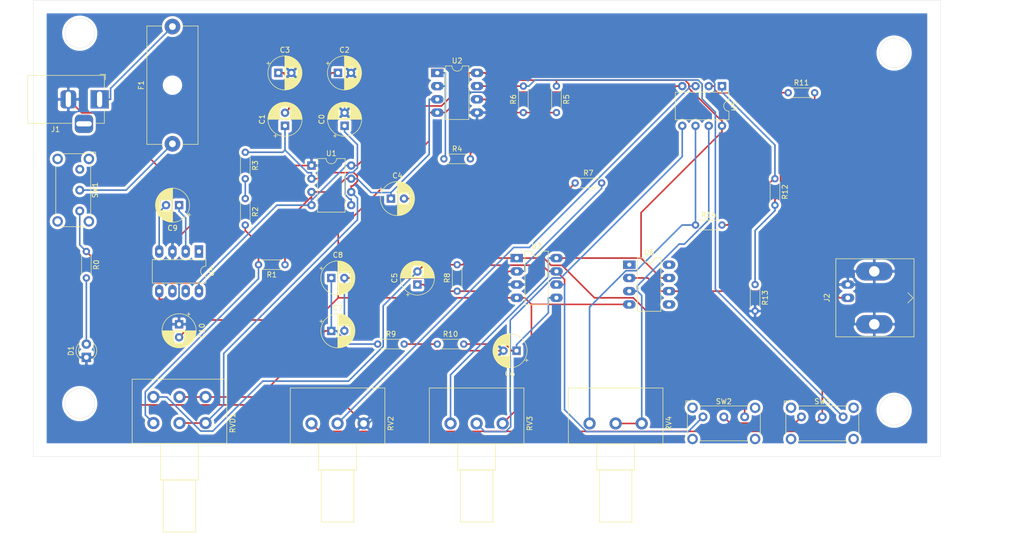
<source format=kicad_pcb>
(kicad_pcb (version 20171130) (host pcbnew "(5.1.5)-3")
  (layers (0 F.Cu signal) (31 B.Cu signal) (34 B.Paste user) (35 F.Paste user) (36 B.SilkS user) (37 F.SilkS user) (38 B.Mask user) (39 F.Mask user) (44 Edge.Cuts user))
  (net 0 "")
  (net 1 "Net-(C0-Pad1)")
  (net 2 GND)
  (net 3 "Net-(C1-Pad2)")
  (net 4 "Net-(C1-Pad1)")
  (net 5 "Net-(C4-Pad1)")
  (net 6 "Net-(C4-Pad2)")
  (net 7 /TriangleWave)
  (net 8 "Net-(C5-Pad1)")
  (net 9 "Net-(C6-Pad1)")
  (net 10 /SineWave)
  (net 11 "Net-(C7-Pad1)")
  (net 12 "Net-(C9-Pad2)")
  (net 13 "Net-(C9-Pad1)")
  (net 14 -9V)
  (net 15 "Net-(D1-Pad2)")
  (net 16 /Voltage)
  (net 17 "Net-(F1-Pad2)")
  (net 18 "Net-(J2-Pad1)")
  (net 19 +9V)
  (net 20 "Net-(R1-Pad2)")
  (net 21 "Net-(R2-Pad1)")
  (net 22 "Net-(R4-Pad1)")
  (net 23 "Net-(R4-Pad2)")
  (net 24 /SquareWave)
  (net 25 "Net-(R10-Pad1)")
  (net 26 "Net-(R11-Pad1)")
  (net 27 "Net-(R11-Pad2)")
  (net 28 /Gain1)
  (net 29 "Net-(R14-Pad1)")
  (net 30 "Net-(RV2-Pad2)")
  (net 31 "Net-(RV3-Pad2)")
  (net 32 /Offset_Gain2)
  (net 33 "Net-(SW1-Pad1)")
  (net 34 "Net-(SW2-Pad2)")
  (net 35 "Net-(U4-Pad1)")
  (net 36 "Net-(U4-Pad6)")
  (net 37 "Net-(U4-Pad7)")
  (net 38 "Net-(U6-Pad1)")
  (net 39 "Net-(U6-Pad5)")
  (net 40 "Net-(U6-Pad8)")
  (module Capacitor_THT:CP_Radial_D6.3mm_P2.50mm (layer F.Cu) (at 111.76 82.55 90)
    (fp_text reference C0 (at 1.25 -4.4 90) (layer F.SilkS))
    (fp_text value 10nF)
    (pad 1 thru_hole rect (at 0 0 90) (size 1.6 1.6) (drill 0.8) (layers *.Cu *.Mask) (net 1 "Net-(C0-Pad1)"))
    (pad 2 thru_hole circle (at 2.5 0 90) (size 1.6 1.6) (drill 0.8) (layers *.Cu *.Mask) (net 2 GND))
  )
  (module Capacitor_THT:CP_Radial_D6.3mm_P2.50mm (layer F.Cu) (at 100.33 82.55 90)
    (fp_text reference C1 (at 1.25 -4.4 90) (layer F.SilkS))
    (fp_text value 3,3uF)
    (pad 2 thru_hole circle (at 2.5 0 90) (size 1.6 1.6) (drill 0.8) (layers *.Cu *.Mask) (net 3 "Net-(C1-Pad2)"))
    (pad 1 thru_hole rect (at 0 0 90) (size 1.6 1.6) (drill 0.8) (layers *.Cu *.Mask) (net 4 "Net-(C1-Pad1)"))
  )
  (module Capacitor_THT:CP_Radial_D6.3mm_P2.50mm (layer F.Cu) (at 110.49 72.39)
    (fp_text reference C2 (at 1.25 -4.4) (layer F.SilkS))
    (fp_text value 0,47u)
    (pad 2 thru_hole circle (at 2.5 0) (size 1.6 1.6) (drill 0.8) (layers *.Cu *.Mask) (net 2 GND))
    (pad 1 thru_hole rect (at 0 0) (size 1.6 1.6) (drill 0.8) (layers *.Cu *.Mask) (net 3 "Net-(C1-Pad2)"))
  )
  (module Capacitor_THT:CP_Radial_D6.3mm_P2.50mm (layer F.Cu) (at 99.06 72.39)
    (fp_text reference C3 (at 1.25 -4.4) (layer F.SilkS))
    (fp_text value 0,47uF)
    (pad 1 thru_hole rect (at 0 0) (size 1.6 1.6) (drill 0.8) (layers *.Cu *.Mask) (net 3 "Net-(C1-Pad2)"))
    (pad 2 thru_hole circle (at 2.5 0) (size 1.6 1.6) (drill 0.8) (layers *.Cu *.Mask) (net 2 GND))
  )
  (module Capacitor_THT:CP_Radial_D6.3mm_P2.50mm (layer F.Cu) (at 120.65 96.52)
    (fp_text reference C4 (at 1.25 -4.4) (layer F.SilkS))
    (fp_text value 10uF)
    (pad 1 thru_hole rect (at 0 0) (size 1.6 1.6) (drill 0.8) (layers *.Cu *.Mask) (net 5 "Net-(C4-Pad1)"))
    (pad 2 thru_hole circle (at 2.5 0) (size 1.6 1.6) (drill 0.8) (layers *.Cu *.Mask) (net 6 "Net-(C4-Pad2)"))
  )
  (module Capacitor_THT:CP_Radial_D6.3mm_P2.50mm (layer F.Cu) (at 125.73 113.03 90)
    (fp_text reference C5 (at 1.25 -4.4 90) (layer F.SilkS))
    (fp_text value 4,7u)
    (pad 2 thru_hole circle (at 2.5 0 90) (size 1.6 1.6) (drill 0.8) (layers *.Cu *.Mask) (net 7 /TriangleWave))
    (pad 1 thru_hole rect (at 0 0 90) (size 1.6 1.6) (drill 0.8) (layers *.Cu *.Mask) (net 8 "Net-(C5-Pad1)"))
  )
  (module Capacitor_THT:CP_Radial_D6.3mm_P2.50mm (layer F.Cu) (at 144.74 125.73 180)
    (fp_text reference C6 (at 1.25 -4.4) (layer F.SilkS))
    (fp_text value 0,1uF)
    (pad 1 thru_hole rect (at 0 0 180) (size 1.6 1.6) (drill 0.8) (layers *.Cu *.Mask) (net 9 "Net-(C6-Pad1)"))
    (pad 2 thru_hole circle (at 2.5 0 180) (size 1.6 1.6) (drill 0.8) (layers *.Cu *.Mask) (net 2 GND))
  )
  (module Capacitor_THT:CP_Radial_D6.3mm_P2.50mm (layer F.Cu) (at 109.22 121.92)
    (fp_text reference C7 (at 1.25 -4.4) (layer F.SilkS))
    (fp_text value 0,1uF)
    (pad 2 thru_hole circle (at 2.5 0) (size 1.6 1.6) (drill 0.8) (layers *.Cu *.Mask) (net 10 /SineWave))
    (pad 1 thru_hole rect (at 0 0) (size 1.6 1.6) (drill 0.8) (layers *.Cu *.Mask) (net 11 "Net-(C7-Pad1)"))
  )
  (module Capacitor_THT:CP_Radial_D6.3mm_P2.50mm (layer F.Cu) (at 109.22 111.76)
    (fp_text reference C8 (at 1.25 -4.4) (layer F.SilkS))
    (fp_text value 0,1uF)
    (pad 1 thru_hole rect (at 0 0) (size 1.6 1.6) (drill 0.8) (layers *.Cu *.Mask) (net 11 "Net-(C7-Pad1)"))
    (pad 2 thru_hole circle (at 2.5 0) (size 1.6 1.6) (drill 0.8) (layers *.Cu *.Mask) (net 10 /SineWave))
  )
  (module Capacitor_THT:CP_Radial_D6.3mm_P2.50mm (layer F.Cu) (at 80.01 97.79 180)
    (fp_text reference C9 (at 1.25 -4.4) (layer F.SilkS))
    (fp_text value 10u)
    (pad 2 thru_hole circle (at 2.5 0 180) (size 1.6 1.6) (drill 0.8) (layers *.Cu *.Mask) (net 12 "Net-(C9-Pad2)"))
    (pad 1 thru_hole rect (at 0 0 180) (size 1.6 1.6) (drill 0.8) (layers *.Cu *.Mask) (net 13 "Net-(C9-Pad1)"))
  )
  (module Capacitor_THT:CP_Radial_D6.3mm_P2.50mm (layer F.Cu) (at 80.01 120.65 270)
    (fp_text reference C10 (at 1.25 -4.4 90) (layer F.SilkS))
    (fp_text value 10u)
    (pad 1 thru_hole rect (at 0 0 270) (size 1.6 1.6) (drill 0.8) (layers *.Cu *.Mask) (net 2 GND))
    (pad 2 thru_hole circle (at 2.5 0 270) (size 1.6 1.6) (drill 0.8) (layers *.Cu *.Mask) (net 14 -9V))
  )
  (module LED_THT:LED_D3.0mm (layer F.Cu) (at 62.23 127 90)
    (fp_text reference D1 (at 1.27 -2.96 90) (layer F.SilkS))
    (fp_text value LED)
    (pad 1 thru_hole rect (at 0 0 90) (size 1.8 1.8) (drill 0.9) (layers *.Cu *.Mask) (net 2 GND))
    (pad 2 thru_hole circle (at 2.54 0 90) (size 1.8 1.8) (drill 0.9) (layers *.Cu *.Mask) (net 15 "Net-(D1-Pad2)"))
  )
  (module Fuse:Fuseholder_Cylinder-5x20mm_Schurter_0031_8201_Horizontal_Open (layer F.Cu) (at 78.74 86 90)
    (fp_text reference F1 (at 11.25 -6 90) (layer F.SilkS))
    (fp_text value Fuse)
    (pad 1 thru_hole circle (at 0 0 90) (size 3 3) (drill 1.3) (layers *.Cu *.Mask) (net 16 /Voltage))
    (pad 2 thru_hole circle (at 22.5 0 90) (size 3 3) (drill 1.3) (layers *.Cu *.Mask) (net 17 "Net-(F1-Pad2)"))
    (pad "" np_thru_hole circle (at 11.25 0 90) (size 2.7 2.7) (drill 2.7) (layers *.Cu *.Mask))
  )
  (module Connector_BarrelJack:BarrelJack_Horizontal (layer F.Cu) (at 64.77 77.47)
    (fp_text reference J1 (at -8.45 5.75) (layer F.SilkS))
    (fp_text value Jack-DC)
    (pad 1 thru_hole rect (at 0 0) (size 3.5 3.5) (drill oval 1 3) (layers *.Cu *.Mask) (net 17 "Net-(F1-Pad2)"))
    (pad 2 thru_hole roundrect (at -6 0) (size 3 3.5) (drill oval 1 3) (layers *.Cu *.Mask) (net 2 GND))
    (pad 3 thru_hole roundrect (at -3 4.7) (size 3.5 3.5) (drill oval 3 1) (layers *.Cu *.Mask))
  )
  (module Connector_Coaxial:BNC_Amphenol_B6252HB-NPP3G-50_Horizontal (layer F.Cu) (at 208.28 115.57 270)
    (fp_text reference J2 (at 0 4 90) (layer F.SilkS))
    (fp_text value Conn_Coaxial_Power)
    (pad 2 thru_hole oval (at -5.08 -5.08 270) (size 3.5 7) (drill 2.01) (layers *.Cu *.Mask) (net 2 GND))
    (pad 2 thru_hole oval (at 5.08 -5.08 270) (size 3.5 7) (drill 2.01) (layers *.Cu *.Mask) (net 2 GND))
    (pad 1 thru_hole oval (at 0 0 270) (size 1.6 2.5) (drill 0.89) (layers *.Cu *.Mask) (net 18 "Net-(J2-Pad1)"))
    (pad 2 thru_hole oval (at -2.54 0 270) (size 1.6 2.5) (drill 0.89) (layers *.Cu *.Mask) (net 2 GND))
  )
  (module Resistor_THT:R_Axial_DIN0204_L3.6mm_D1.6mm_P5.08mm_Horizontal (layer F.Cu) (at 62.23 106.68 270)
    (fp_text reference R0 (at 2.54 -1.92 90) (layer F.SilkS))
    (fp_text value 360)
    (pad 2 thru_hole oval (at 5.08 0 270) (size 1.4 1.4) (drill 0.7) (layers *.Cu *.Mask) (net 15 "Net-(D1-Pad2)"))
    (pad 1 thru_hole circle (at 0 0 270) (size 1.4 1.4) (drill 0.7) (layers *.Cu *.Mask) (net 19 +9V))
  )
  (module Resistor_THT:R_Axial_DIN0204_L3.6mm_D1.6mm_P5.08mm_Horizontal (layer F.Cu) (at 100.33 109.22 180)
    (fp_text reference R1 (at 2.54 -1.92) (layer F.SilkS))
    (fp_text value 1k)
    (pad 1 thru_hole circle (at 0 0 180) (size 1.4 1.4) (drill 0.7) (layers *.Cu *.Mask) (net 5 "Net-(C4-Pad1)"))
    (pad 2 thru_hole oval (at 5.08 0 180) (size 1.4 1.4) (drill 0.7) (layers *.Cu *.Mask) (net 20 "Net-(R1-Pad2)"))
  )
  (module Resistor_THT:R_Axial_DIN0204_L3.6mm_D1.6mm_P5.08mm_Horizontal (layer F.Cu) (at 92.71 96.52 270)
    (fp_text reference R2 (at 2.54 -1.92 90) (layer F.SilkS))
    (fp_text value 15k)
    (pad 1 thru_hole circle (at 0 0 270) (size 1.4 1.4) (drill 0.7) (layers *.Cu *.Mask) (net 21 "Net-(R2-Pad1)"))
    (pad 2 thru_hole oval (at 5.08 0 270) (size 1.4 1.4) (drill 0.7) (layers *.Cu *.Mask) (net 20 "Net-(R1-Pad2)"))
  )
  (module Resistor_THT:R_Axial_DIN0204_L3.6mm_D1.6mm_P5.08mm_Horizontal (layer F.Cu) (at 92.71 87.63 270)
    (fp_text reference R3 (at 2.54 -1.92 90) (layer F.SilkS))
    (fp_text value 75k)
    (pad 2 thru_hole oval (at 5.08 0 270) (size 1.4 1.4) (drill 0.7) (layers *.Cu *.Mask) (net 21 "Net-(R2-Pad1)"))
    (pad 1 thru_hole circle (at 0 0 270) (size 1.4 1.4) (drill 0.7) (layers *.Cu *.Mask) (net 4 "Net-(C1-Pad1)"))
  )
  (module Resistor_THT:R_Axial_DIN0204_L3.6mm_D1.6mm_P5.08mm_Horizontal (layer F.Cu) (at 130.81 88.9)
    (fp_text reference R4 (at 2.54 -1.92) (layer F.SilkS))
    (fp_text value 14k)
    (pad 1 thru_hole circle (at 0 0) (size 1.4 1.4) (drill 0.7) (layers *.Cu *.Mask) (net 22 "Net-(R4-Pad1)"))
    (pad 2 thru_hole oval (at 5.08 0) (size 1.4 1.4) (drill 0.7) (layers *.Cu *.Mask) (net 23 "Net-(R4-Pad2)"))
  )
  (module Resistor_THT:R_Axial_DIN0204_L3.6mm_D1.6mm_P5.08mm_Horizontal (layer F.Cu) (at 152.4 74.93 270)
    (fp_text reference R5 (at 2.54 -1.92 90) (layer F.SilkS))
    (fp_text value 36k)
    (pad 1 thru_hole circle (at 0 0 270) (size 1.4 1.4) (drill 0.7) (layers *.Cu *.Mask) (net 19 +9V))
    (pad 2 thru_hole oval (at 5.08 0 270) (size 1.4 1.4) (drill 0.7) (layers *.Cu *.Mask) (net 23 "Net-(R4-Pad2)"))
  )
  (module Resistor_THT:R_Axial_DIN0204_L3.6mm_D1.6mm_P5.08mm_Horizontal (layer F.Cu) (at 146.05 80.01 90)
    (fp_text reference R6 (at 2.54 -1.92 90) (layer F.SilkS))
    (fp_text value 14k)
    (pad 2 thru_hole oval (at 5.08 0 90) (size 1.4 1.4) (drill 0.7) (layers *.Cu *.Mask) (net 24 /SquareWave))
    (pad 1 thru_hole circle (at 0 0 90) (size 1.4 1.4) (drill 0.7) (layers *.Cu *.Mask) (net 23 "Net-(R4-Pad2)"))
  )
  (module Resistor_THT:R_Axial_DIN0204_L3.6mm_D1.6mm_P5.08mm_Horizontal (layer F.Cu) (at 155.985 93.525)
    (fp_text reference R7 (at 2.54 -1.92) (layer F.SilkS))
    (fp_text value 1k)
    (pad 1 thru_hole circle (at 0 0) (size 1.4 1.4) (drill 0.7) (layers *.Cu *.Mask) (net 6 "Net-(C4-Pad2)"))
    (pad 2 thru_hole oval (at 5.08 0) (size 1.4 1.4) (drill 0.7) (layers *.Cu *.Mask) (net 8 "Net-(C5-Pad1)"))
  )
  (module Resistor_THT:R_Axial_DIN0204_L3.6mm_D1.6mm_P5.08mm_Horizontal (layer F.Cu) (at 133.35 114.3 90)
    (fp_text reference R8 (at 2.54 -1.92 90) (layer F.SilkS))
    (fp_text value 10k)
    (pad 2 thru_hole oval (at 5.08 0 90) (size 1.4 1.4) (drill 0.7) (layers *.Cu *.Mask) (net 7 /TriangleWave))
    (pad 1 thru_hole circle (at 0 0 90) (size 1.4 1.4) (drill 0.7) (layers *.Cu *.Mask) (net 8 "Net-(C5-Pad1)"))
  )
  (module Resistor_THT:R_Axial_DIN0204_L3.6mm_D1.6mm_P5.08mm_Horizontal (layer F.Cu) (at 118.11 124.46)
    (fp_text reference R9 (at 2.54 -1.92) (layer F.SilkS))
    (fp_text value 2k)
    (pad 2 thru_hole oval (at 5.08 0) (size 1.4 1.4) (drill 0.7) (layers *.Cu *.Mask) (net 25 "Net-(R10-Pad1)"))
    (pad 1 thru_hole circle (at 0 0) (size 1.4 1.4) (drill 0.7) (layers *.Cu *.Mask) (net 11 "Net-(C7-Pad1)"))
  )
  (module Resistor_THT:R_Axial_DIN0204_L3.6mm_D1.6mm_P5.08mm_Horizontal (layer F.Cu) (at 129.54 124.46)
    (fp_text reference R10 (at 2.54 -1.92) (layer F.SilkS))
    (fp_text value 2k)
    (pad 2 thru_hole oval (at 5.08 0) (size 1.4 1.4) (drill 0.7) (layers *.Cu *.Mask) (net 9 "Net-(C6-Pad1)"))
    (pad 1 thru_hole circle (at 0 0) (size 1.4 1.4) (drill 0.7) (layers *.Cu *.Mask) (net 25 "Net-(R10-Pad1)"))
  )
  (module Resistor_THT:R_Axial_DIN0204_L3.6mm_D1.6mm_P5.08mm_Horizontal (layer F.Cu) (at 196.85 76.2)
    (fp_text reference R11 (at 2.54 -1.92) (layer F.SilkS))
    (fp_text value 9k)
    (pad 1 thru_hole circle (at 0 0) (size 1.4 1.4) (drill 0.7) (layers *.Cu *.Mask) (net 26 "Net-(R11-Pad1)"))
    (pad 2 thru_hole oval (at 5.08 0) (size 1.4 1.4) (drill 0.7) (layers *.Cu *.Mask) (net 27 "Net-(R11-Pad2)"))
  )
  (module Resistor_THT:R_Axial_DIN0204_L3.6mm_D1.6mm_P5.08mm_Horizontal (layer F.Cu) (at 194.31 92.71 270)
    (fp_text reference R12 (at 2.54 -1.92 90) (layer F.SilkS))
    (fp_text value 90k)
    (pad 1 thru_hole circle (at 0 0 270) (size 1.4 1.4) (drill 0.7) (layers *.Cu *.Mask) (net 28 /Gain1))
    (pad 2 thru_hole oval (at 5.08 0 270) (size 1.4 1.4) (drill 0.7) (layers *.Cu *.Mask) (net 26 "Net-(R11-Pad1)"))
  )
  (module Resistor_THT:R_Axial_DIN0204_L3.6mm_D1.6mm_P5.08mm_Horizontal (layer F.Cu) (at 190.5 113.03 270)
    (fp_text reference R13 (at 2.54 -1.92 90) (layer F.SilkS))
    (fp_text value 10k)
    (pad 2 thru_hole oval (at 5.08 0 270) (size 1.4 1.4) (drill 0.7) (layers *.Cu *.Mask) (net 2 GND))
    (pad 1 thru_hole circle (at 0 0 270) (size 1.4 1.4) (drill 0.7) (layers *.Cu *.Mask) (net 26 "Net-(R11-Pad1)"))
  )
  (module Resistor_THT:R_Axial_DIN0204_L3.6mm_D1.6mm_P5.08mm_Horizontal (layer F.Cu) (at 179.07 101.6)
    (fp_text reference R14 (at 2.54 -1.92) (layer F.SilkS))
    (fp_text value 5k)
    (pad 1 thru_hole circle (at 0 0) (size 1.4 1.4) (drill 0.7) (layers *.Cu *.Mask) (net 29 "Net-(R14-Pad1)"))
    (pad 2 thru_hole oval (at 5.08 0) (size 1.4 1.4) (drill 0.7) (layers *.Cu *.Mask) (net 28 /Gain1))
  )
  (module Potentiometer_THT:Potentiometer_Alps_RK163_Single_Horizontal (layer F.Cu) (at 105.41 139.7 270)
    (fp_text reference RV2 (at 0 -15.2 90) (layer F.SilkS))
    (fp_text value 10k)
    (pad 3 thru_hole circle (at 0 -10 270) (size 2.34 2.34) (drill 1.3) (layers *.Cu *.Mask) (net 2 GND))
    (pad 2 thru_hole circle (at 0 -5 270) (size 2.34 2.34) (drill 1.3) (layers *.Cu *.Mask) (net 30 "Net-(RV2-Pad2)"))
    (pad 1 thru_hole circle (at 0 0 270) (size 2.34 2.34) (drill 1.3) (layers *.Cu *.Mask) (net 27 "Net-(R11-Pad2)"))
  )
  (module Potentiometer_THT:Potentiometer_Alps_RK163_Single_Horizontal (layer F.Cu) (at 132.08 139.7 270)
    (fp_text reference RV3 (at 0 -15.2 90) (layer F.SilkS))
    (fp_text value 10k)
    (pad 1 thru_hole circle (at 0 0 270) (size 2.34 2.34) (drill 1.3) (layers *.Cu *.Mask) (net 19 +9V))
    (pad 2 thru_hole circle (at 0 -5 270) (size 2.34 2.34) (drill 1.3) (layers *.Cu *.Mask) (net 31 "Net-(RV3-Pad2)"))
    (pad 3 thru_hole circle (at 0 -10 270) (size 2.34 2.34) (drill 1.3) (layers *.Cu *.Mask) (net 14 -9V))
  )
  (module Potentiometer_THT:Potentiometer_Alps_RK163_Single_Horizontal (layer F.Cu) (at 158.75 139.7 270)
    (fp_text reference RV4 (at 0 -15.2 90) (layer F.SilkS))
    (fp_text value 10k)
    (pad 3 thru_hole circle (at 0 -10 270) (size 2.34 2.34) (drill 1.3) (layers *.Cu *.Mask) (net 32 /Offset_Gain2))
    (pad 2 thru_hole circle (at 0 -5 270) (size 2.34 2.34) (drill 1.3) (layers *.Cu *.Mask) (net 32 /Offset_Gain2))
    (pad 1 thru_hole circle (at 0 0 270) (size 2.34 2.34) (drill 1.3) (layers *.Cu *.Mask) (net 29 "Net-(R14-Pad1)"))
  )
  (module Potentiometer_THT:Potentiometer_Alps_RK163_Dual_Horizontal (layer F.Cu) (at 75.09 139.62 270)
    (fp_text reference RVD1 (at 0 -15.2 90) (layer F.SilkS))
    (fp_text value 10k)
    (pad 3 thru_hole circle (at 0 -10 270) (size 2.34 2.34) (drill 1.3) (layers *.Cu *.Mask) (net 4 "Net-(C1-Pad1)"))
    (pad 2 thru_hole circle (at 0 -5 270) (size 2.34 2.34) (drill 1.3) (layers *.Cu *.Mask) (net 4 "Net-(C1-Pad1)"))
    (pad 1 thru_hole circle (at 0 0 270) (size 2.34 2.34) (drill 1.3) (layers *.Cu *.Mask) (net 20 "Net-(R1-Pad2)"))
    (pad 6 thru_hole circle (at -5 -10 270) (size 2.34 2.34) (drill 1.3) (layers *.Cu *.Mask) (net 11 "Net-(C7-Pad1)"))
    (pad 5 thru_hole circle (at -5 -5 270) (size 2.34 2.34) (drill 1.3) (layers *.Cu *.Mask) (net 11 "Net-(C7-Pad1)"))
    (pad 4 thru_hole circle (at -5 0 270) (size 2.34 2.34) (drill 1.3) (layers *.Cu *.Mask) (net 7 /TriangleWave))
  )
  (module Button_Switch_THT:SW_E-Switch_EG1224_SPDT_Angled (layer F.Cu) (at 60.96 90.9 270)
    (fp_text reference SW1 (at 4 -2.95 90) (layer F.SilkS))
    (fp_text value SW_Push_SPDT)
    (pad 3 thru_hole circle (at 8 0 270) (size 1.7 1.7) (drill 0.9) (layers *.Cu *.Mask) (net 19 +9V))
    (pad 2 thru_hole circle (at 4 0 270) (size 1.7 1.7) (drill 0.9) (layers *.Cu *.Mask) (net 16 /Voltage))
    (pad 1 thru_hole circle (at 0 0 270) (size 1.7 1.7) (drill 0.9) (layers *.Cu *.Mask) (net 33 "Net-(SW1-Pad1)"))
    (pad "" thru_hole circle (at -2 4.25 270) (size 2 2) (drill 1.2) (layers *.Cu *.Mask))
    (pad "" thru_hole circle (at 10 4.25 270) (size 2 2) (drill 1.2) (layers *.Cu *.Mask))
    (pad "" thru_hole circle (at 10 -1.75 270) (size 2 2) (drill 1.2) (layers *.Cu *.Mask))
    (pad "" thru_hole circle (at -2 -1.75 270) (size 2 2) (drill 1.2) (layers *.Cu *.Mask))
  )
  (module Button_Switch_THT:SW_E-Switch_EG1224_SPDT_Angled (layer F.Cu) (at 180.5 138.43)
    (fp_text reference SW2 (at 4 -2.95) (layer F.SilkS))
    (fp_text value SW_Push_SPDT)
    (pad "" thru_hole circle (at -2 -1.75) (size 2 2) (drill 1.2) (layers *.Cu *.Mask))
    (pad "" thru_hole circle (at 10 -1.75) (size 2 2) (drill 1.2) (layers *.Cu *.Mask))
    (pad "" thru_hole circle (at 10 4.25) (size 2 2) (drill 1.2) (layers *.Cu *.Mask))
    (pad "" thru_hole circle (at -2 4.25) (size 2 2) (drill 1.2) (layers *.Cu *.Mask))
    (pad 1 thru_hole circle (at 0 0) (size 1.7 1.7) (drill 0.9) (layers *.Cu *.Mask) (net 10 /SineWave))
    (pad 2 thru_hole circle (at 4 0) (size 1.7 1.7) (drill 0.9) (layers *.Cu *.Mask) (net 34 "Net-(SW2-Pad2)"))
    (pad 3 thru_hole circle (at 8 0) (size 1.7 1.7) (drill 0.9) (layers *.Cu *.Mask) (net 7 /TriangleWave))
  )
  (module Button_Switch_THT:SW_E-Switch_EG1224_SPDT_Angled (layer F.Cu) (at 199.39 138.43)
    (fp_text reference SW3 (at 4 -2.95) (layer F.SilkS))
    (fp_text value SW_Push_SPDT)
    (pad "" thru_hole circle (at -2 -1.75) (size 2 2) (drill 1.2) (layers *.Cu *.Mask))
    (pad "" thru_hole circle (at 10 -1.75) (size 2 2) (drill 1.2) (layers *.Cu *.Mask))
    (pad "" thru_hole circle (at 10 4.25) (size 2 2) (drill 1.2) (layers *.Cu *.Mask))
    (pad "" thru_hole circle (at -2 4.25) (size 2 2) (drill 1.2) (layers *.Cu *.Mask))
    (pad 1 thru_hole circle (at 0 0) (size 1.7 1.7) (drill 0.9) (layers *.Cu *.Mask) (net 34 "Net-(SW2-Pad2)"))
    (pad 2 thru_hole circle (at 4 0) (size 1.7 1.7) (drill 0.9) (layers *.Cu *.Mask) (net 27 "Net-(R11-Pad2)"))
    (pad 3 thru_hole circle (at 8 0) (size 1.7 1.7) (drill 0.9) (layers *.Cu *.Mask) (net 24 /SquareWave))
  )
  (module Package_DIP:DIP-8_W7.62mm (layer F.Cu) (at 105.41 90.17)
    (fp_text reference U1 (at 3.81 -2.33) (layer F.SilkS))
    (fp_text value NE555)
    (pad 1 thru_hole rect (at 0 0) (size 1.6 1.6) (drill 0.8) (layers *.Cu *.Mask) (net 2 GND))
    (pad 5 thru_hole oval (at 7.62 7.62) (size 1.6 1.6) (drill 0.8) (layers *.Cu *.Mask) (net 1 "Net-(C0-Pad1)"))
    (pad 2 thru_hole oval (at 0 2.54) (size 1.6 1.6) (drill 0.8) (layers *.Cu *.Mask) (net 4 "Net-(C1-Pad1)"))
    (pad 6 thru_hole oval (at 7.62 5.08) (size 1.6 1.6) (drill 0.8) (layers *.Cu *.Mask) (net 4 "Net-(C1-Pad1)"))
    (pad 3 thru_hole oval (at 0 5.08) (size 1.6 1.6) (drill 0.8) (layers *.Cu *.Mask) (net 5 "Net-(C4-Pad1)"))
    (pad 7 thru_hole oval (at 7.62 2.54) (size 1.6 1.6) (drill 0.8) (layers *.Cu *.Mask) (net 5 "Net-(C4-Pad1)"))
    (pad 4 thru_hole oval (at 0 7.62) (size 1.6 1.6) (drill 0.8) (layers *.Cu *.Mask) (net 19 +9V))
    (pad 8 thru_hole oval (at 7.62 0) (size 1.6 1.6) (drill 0.8) (layers *.Cu *.Mask) (net 19 +9V))
  )
  (module Package_DIP:DIP-8_W7.62mm_LongPads (layer F.Cu) (at 129.54 72.39)
    (fp_text reference U2 (at 3.81 -2.33) (layer F.SilkS))
    (fp_text value LM358)
    (pad 8 thru_hole oval (at 7.62 0) (size 2.4 1.6) (drill 0.8) (layers *.Cu *.Mask) (net 19 +9V))
    (pad 4 thru_hole oval (at 0 7.62) (size 2.4 1.6) (drill 0.8) (layers *.Cu *.Mask) (net 14 -9V))
    (pad 7 thru_hole oval (at 7.62 2.54) (size 2.4 1.6) (drill 0.8) (layers *.Cu *.Mask) (net 24 /SquareWave))
    (pad 3 thru_hole oval (at 0 5.08) (size 2.4 1.6) (drill 0.8) (layers *.Cu *.Mask) (net 5 "Net-(C4-Pad1)"))
    (pad 6 thru_hole oval (at 7.62 5.08) (size 2.4 1.6) (drill 0.8) (layers *.Cu *.Mask) (net 23 "Net-(R4-Pad2)"))
    (pad 2 thru_hole oval (at 0 2.54) (size 2.4 1.6) (drill 0.8) (layers *.Cu *.Mask) (net 22 "Net-(R4-Pad1)"))
    (pad 5 thru_hole oval (at 7.62 7.62) (size 2.4 1.6) (drill 0.8) (layers *.Cu *.Mask) (net 2 GND))
    (pad 1 thru_hole rect (at 0 0) (size 2.4 1.6) (drill 0.8) (layers *.Cu *.Mask) (net 22 "Net-(R4-Pad1)"))
  )
  (module Package_DIP:DIP-8_W7.62mm_LongPads (layer F.Cu) (at 144.78 107.95)
    (fp_text reference U3 (at 3.81 -2.33) (layer F.SilkS))
    (fp_text value LM358)
    (pad 8 thru_hole oval (at 7.62 0) (size 2.4 1.6) (drill 0.8) (layers *.Cu *.Mask) (net 19 +9V))
    (pad 4 thru_hole oval (at 0 7.62) (size 2.4 1.6) (drill 0.8) (layers *.Cu *.Mask) (net 14 -9V))
    (pad 7 thru_hole oval (at 7.62 2.54) (size 2.4 1.6) (drill 0.8) (layers *.Cu *.Mask) (net 10 /SineWave))
    (pad 3 thru_hole oval (at 0 5.08) (size 2.4 1.6) (drill 0.8) (layers *.Cu *.Mask) (net 2 GND))
    (pad 6 thru_hole oval (at 7.62 5.08) (size 2.4 1.6) (drill 0.8) (layers *.Cu *.Mask) (net 10 /SineWave))
    (pad 2 thru_hole oval (at 0 2.54) (size 2.4 1.6) (drill 0.8) (layers *.Cu *.Mask) (net 8 "Net-(C5-Pad1)"))
    (pad 5 thru_hole oval (at 7.62 7.62) (size 2.4 1.6) (drill 0.8) (layers *.Cu *.Mask) (net 9 "Net-(C6-Pad1)"))
    (pad 1 thru_hole rect (at 0 0) (size 2.4 1.6) (drill 0.8) (layers *.Cu *.Mask) (net 7 /TriangleWave))
  )
  (module Package_DIP:DIP-8_W7.62mm_LongPads (layer F.Cu) (at 83.82 106.68 270)
    (fp_text reference U4 (at 3.81 -2.33 90) (layer F.SilkS))
    (fp_text value ICL7660)
    (pad 1 thru_hole rect (at 0 0 270) (size 2.4 1.6) (drill 0.8) (layers *.Cu *.Mask) (net 35 "Net-(U4-Pad1)"))
    (pad 5 thru_hole oval (at 7.62 7.62 270) (size 2.4 1.6) (drill 0.8) (layers *.Cu *.Mask) (net 14 -9V))
    (pad 2 thru_hole oval (at 0 2.54 270) (size 2.4 1.6) (drill 0.8) (layers *.Cu *.Mask) (net 13 "Net-(C9-Pad1)"))
    (pad 6 thru_hole oval (at 7.62 5.08 270) (size 2.4 1.6) (drill 0.8) (layers *.Cu *.Mask) (net 36 "Net-(U4-Pad6)"))
    (pad 3 thru_hole oval (at 0 5.08 270) (size 2.4 1.6) (drill 0.8) (layers *.Cu *.Mask) (net 2 GND))
    (pad 7 thru_hole oval (at 7.62 2.54 270) (size 2.4 1.6) (drill 0.8) (layers *.Cu *.Mask) (net 37 "Net-(U4-Pad7)"))
    (pad 4 thru_hole oval (at 0 7.62 270) (size 2.4 1.6) (drill 0.8) (layers *.Cu *.Mask) (net 12 "Net-(C9-Pad2)"))
    (pad 8 thru_hole oval (at 7.62 0 270) (size 2.4 1.6) (drill 0.8) (layers *.Cu *.Mask) (net 19 +9V))
  )
  (module Package_DIP:DIP-8_W7.62mm (layer F.Cu) (at 184.15 74.93 270)
    (fp_text reference U5 (at 3.81 -2.33 90) (layer F.SilkS))
    (fp_text value LM358)
    (pad 8 thru_hole oval (at 7.62 0 270) (size 1.6 1.6) (drill 0.8) (layers *.Cu *.Mask) (net 19 +9V))
    (pad 4 thru_hole oval (at 0 7.62 270) (size 1.6 1.6) (drill 0.8) (layers *.Cu *.Mask) (net 14 -9V))
    (pad 7 thru_hole oval (at 7.62 2.54 270) (size 1.6 1.6) (drill 0.8) (layers *.Cu *.Mask) (net 32 /Offset_Gain2))
    (pad 3 thru_hole oval (at 0 5.08 270) (size 1.6 1.6) (drill 0.8) (layers *.Cu *.Mask) (net 30 "Net-(RV2-Pad2)"))
    (pad 6 thru_hole oval (at 7.62 5.08 270) (size 1.6 1.6) (drill 0.8) (layers *.Cu *.Mask) (net 29 "Net-(R14-Pad1)"))
    (pad 2 thru_hole oval (at 0 2.54 270) (size 1.6 1.6) (drill 0.8) (layers *.Cu *.Mask) (net 26 "Net-(R11-Pad1)"))
    (pad 5 thru_hole oval (at 7.62 7.62 270) (size 1.6 1.6) (drill 0.8) (layers *.Cu *.Mask) (net 31 "Net-(RV3-Pad2)"))
    (pad 1 thru_hole rect (at 0 0 270) (size 1.6 1.6) (drill 0.8) (layers *.Cu *.Mask) (net 28 /Gain1))
  )
  (module Package_DIP:DIP-8_W7.62mm_LongPads (layer F.Cu) (at 166.37 109.22)
    (fp_text reference U6 (at 3.81 -2.33) (layer F.SilkS))
    (fp_text value LM741)
    (pad 1 thru_hole rect (at 0 0) (size 2.4 1.6) (drill 0.8) (layers *.Cu *.Mask) (net 38 "Net-(U6-Pad1)"))
    (pad 5 thru_hole oval (at 7.62 7.62) (size 2.4 1.6) (drill 0.8) (layers *.Cu *.Mask) (net 39 "Net-(U6-Pad5)"))
    (pad 2 thru_hole oval (at 0 2.54) (size 2.4 1.6) (drill 0.8) (layers *.Cu *.Mask) (net 18 "Net-(J2-Pad1)"))
    (pad 6 thru_hole oval (at 7.62 5.08) (size 2.4 1.6) (drill 0.8) (layers *.Cu *.Mask) (net 18 "Net-(J2-Pad1)"))
    (pad 3 thru_hole oval (at 0 5.08) (size 2.4 1.6) (drill 0.8) (layers *.Cu *.Mask) (net 32 /Offset_Gain2))
    (pad 7 thru_hole oval (at 7.62 2.54) (size 2.4 1.6) (drill 0.8) (layers *.Cu *.Mask) (net 19 +9V))
    (pad 4 thru_hole oval (at 0 7.62) (size 2.4 1.6) (drill 0.8) (layers *.Cu *.Mask) (net 14 -9V))
    (pad 8 thru_hole oval (at 7.62 0) (size 2.4 1.6) (drill 0.8) (layers *.Cu *.Mask) (net 40 "Net-(U6-Pad8)"))
  )
  (gr_circle (center 60.96 64.77) (end 62.23 67.31) (layer Edge.Cuts) (width 0.05))
  (gr_circle (center 217.17 68.58) (end 219.71 69.85) (layer Edge.Cuts) (width 0.05))
  (gr_circle (center 60.96 135.89) (end 58.42 137.16) (layer Edge.Cuts) (width 0.05))
  (gr_circle (center 217.17 137.16) (end 219.71 138.43) (layer Edge.Cuts) (width 0.05))
  (gr_line (start 226.06 58.42) (end 52.07 58.42) (layer Edge.Cuts) (width 0.05))
  (gr_line (start 226.06 146.05) (end 226.06 58.42) (layer Edge.Cuts) (width 0.05))
  (gr_line (start 52.07 146.05) (end 226.06 146.05) (layer Edge.Cuts) (width 0.05))
  (gr_line (start 52.07 58.42) (end 52.07 146.05) (layer Edge.Cuts) (width 0.05))
  (segment (start 113.03 97.79) (end 113.03 96.6397) (width 0.3) (layer B.Cu) (net 1))
  (segment (start 113.03 96.6397) (end 112.742 96.6397) (width 0.3) (layer B.Cu) (net 1))
  (segment (start 112.742 96.6397) (end 111.871 95.7684) (width 0.3) (layer B.Cu) (net 1))
  (segment (start 111.871 95.7684) (end 111.871 92.2419) (width 0.3) (layer B.Cu) (net 1))
  (segment (start 111.871 92.2419) (end 112.612 91.5014) (width 0.3) (layer B.Cu) (net 1))
  (segment (start 112.612 91.5014) (end 113.351 91.5014) (width 0.3) (layer B.Cu) (net 1))
  (segment (start 113.351 91.5014) (end 114.218 90.6346) (width 0.3) (layer B.Cu) (net 1))
  (segment (start 114.218 90.6346) (end 114.218 86.1578) (width 0.3) (layer B.Cu) (net 1))
  (segment (start 114.218 86.1578) (end 111.76 83.7003) (width 0.3) (layer B.Cu) (net 1))
  (segment (start 111.76 83.7003) (end 111.76 82.55) (width 0.3) (layer B.Cu) (net 1))
  (segment (start 78.74 106.68) (end 78.74 108.2303) (width 0.3) (layer B.Cu) (net 2))
  (segment (start 78.74 108.2303) (end 80.01 109.5003) (width 0.3) (layer B.Cu) (net 2))
  (segment (start 80.01 109.5003) (end 80.01 120.65) (width 0.3) (layer B.Cu) (net 2))
  (segment (start 190.5 116.0404) (end 203.6693 116.0404) (width 0.3) (layer B.Cu) (net 2))
  (segment (start 203.6693 116.0404) (end 206.6797 113.03) (width 0.3) (layer B.Cu) (net 2))
  (segment (start 135.6097 76.0964) (end 140.8341 76.0964) (width 0.3) (layer B.Cu) (net 2))
  (segment (start 140.8341 76.0964) (end 143.6955 73.235) (width 0.3) (layer B.Cu) (net 2))
  (segment (start 143.6955 73.235) (end 181.5944 73.235) (width 0.3) (layer B.Cu) (net 2))
  (segment (start 181.5944 73.235) (end 182.7604 74.401) (width 0.3) (layer B.Cu) (net 2))
  (segment (start 182.7604 74.401) (end 182.7604 77.8388) (width 0.3) (layer B.Cu) (net 2))
  (segment (start 182.7604 77.8388) (end 188.7778 83.8562) (width 0.3) (layer B.Cu) (net 2))
  (segment (start 188.7778 83.8562) (end 188.7778 114.3182) (width 0.3) (layer B.Cu) (net 2))
  (segment (start 188.7778 114.3182) (end 190.5 116.0404) (width 0.3) (layer B.Cu) (net 2))
  (segment (start 190.5 116.0404) (end 190.5 117.0597) (width 0.3) (layer B.Cu) (net 2))
  (segment (start 208.28 113.03) (end 206.6797 113.03) (width 0.3) (layer B.Cu) (net 2))
  (segment (start 135.6097 76.0964) (end 135.6097 75.9386) (width 0.3) (layer B.Cu) (net 2))
  (segment (start 135.6097 75.9386) (end 130.9107 71.2396) (width 0.3) (layer B.Cu) (net 2))
  (segment (start 130.9107 71.2396) (end 114.1404 71.2396) (width 0.3) (layer B.Cu) (net 2))
  (segment (start 114.1404 71.2396) (end 112.99 72.39) (width 0.3) (layer B.Cu) (net 2))
  (segment (start 135.6097 80.01) (end 135.6097 76.0964) (width 0.3) (layer B.Cu) (net 2))
  (segment (start 190.5 118.11) (end 190.5 117.0597) (width 0.3) (layer B.Cu) (net 2))
  (segment (start 142.24 125.73) (end 129.38 125.73) (width 0.3) (layer F.Cu) (net 2))
  (segment (start 129.38 125.73) (end 115.41 139.7) (width 0.3) (layer F.Cu) (net 2))
  (segment (start 144.78 113.03) (end 143.04 113.03) (width 0.3) (layer B.Cu) (net 2))
  (segment (start 143.04 113.03) (end 116.37 139.7) (width 0.3) (layer B.Cu) (net 2))
  (segment (start 116.37 139.7) (end 115.41 139.7) (width 0.3) (layer B.Cu) (net 2))
  (segment (start 115.41 139.7) (end 111.8505 136.1405) (width 0.3) (layer F.Cu) (net 2))
  (segment (start 111.8505 136.1405) (end 72.6208 136.1405) (width 0.3) (layer F.Cu) (net 2))
  (segment (start 72.6208 136.1405) (end 63.4803 127) (width 0.3) (layer F.Cu) (net 2))
  (segment (start 111.76 73.5926) (end 102.7626 73.5926) (width 0.3) (layer B.Cu) (net 2))
  (segment (start 102.7626 73.5926) (end 101.56 72.39) (width 0.3) (layer B.Cu) (net 2))
  (segment (start 112.99 72.39) (end 111.7874 73.5926) (width 0.3) (layer B.Cu) (net 2))
  (segment (start 111.7874 73.5926) (end 111.76 73.5926) (width 0.3) (layer B.Cu) (net 2))
  (segment (start 111.76 80.05) (end 111.76 73.5926) (width 0.3) (layer B.Cu) (net 2))
  (segment (start 105.41 90.17) (end 105.41 86.4) (width 0.3) (layer B.Cu) (net 2))
  (segment (start 105.41 86.4) (end 111.76 80.05) (width 0.3) (layer B.Cu) (net 2))
  (segment (start 82.4149 96.7931) (end 65.6881 80.0663) (width 0.3) (layer F.Cu) (net 2))
  (segment (start 65.6881 80.0663) (end 61.3663 80.0663) (width 0.3) (layer F.Cu) (net 2))
  (segment (start 61.3663 80.0663) (end 58.77 77.47) (width 0.3) (layer F.Cu) (net 2))
  (segment (start 105.41 90.17) (end 89.038 90.17) (width 0.3) (layer F.Cu) (net 2))
  (segment (start 89.038 90.17) (end 82.4149 96.7931) (width 0.3) (layer F.Cu) (net 2))
  (segment (start 78.74 105.1297) (end 82.4149 101.4548) (width 0.3) (layer F.Cu) (net 2))
  (segment (start 82.4149 101.4548) (end 82.4149 96.7931) (width 0.3) (layer F.Cu) (net 2))
  (segment (start 78.74 106.68) (end 78.74 105.1297) (width 0.3) (layer F.Cu) (net 2))
  (segment (start 62.23 127) (end 63.4803 127) (width 0.3) (layer F.Cu) (net 2))
  (segment (start 63.4803 127) (end 69.8303 120.65) (width 0.3) (layer F.Cu) (net 2))
  (segment (start 69.8303 120.65) (end 80.01 120.65) (width 0.3) (layer F.Cu) (net 2))
  (segment (start 213.36 120.65) (end 209.5097 120.65) (width 0.3) (layer B.Cu) (net 2))
  (segment (start 209.5097 120.65) (end 209.5097 119.2603) (width 0.3) (layer B.Cu) (net 2))
  (segment (start 209.5097 119.2603) (end 209.8803 118.8897) (width 0.3) (layer B.Cu) (net 2))
  (segment (start 209.8803 118.8897) (end 209.8803 113.03) (width 0.3) (layer B.Cu) (net 2))
  (segment (start 208.28 113.03) (end 209.8803 113.03) (width 0.3) (layer B.Cu) (net 2))
  (segment (start 213.36 110.49) (end 209.5097 110.49) (width 0.3) (layer B.Cu) (net 2))
  (segment (start 209.8803 113.03) (end 209.8803 112.5535) (width 0.3) (layer B.Cu) (net 2))
  (segment (start 209.8803 112.5535) (end 209.5097 112.1829) (width 0.3) (layer B.Cu) (net 2))
  (segment (start 209.5097 112.1829) (end 209.5097 110.49) (width 0.3) (layer B.Cu) (net 2))
  (segment (start 137.16 80.01) (end 135.6097 80.01) (width 0.3) (layer B.Cu) (net 2))
  (segment (start 101.073 73.5403) (end 101.073 79.3071) (width 0.3) (layer F.Cu) (net 3))
  (segment (start 101.073 79.3071) (end 100.33 80.05) (width 0.3) (layer F.Cu) (net 3))
  (segment (start 110.49 72.39) (end 109.34 72.39) (width 0.3) (layer F.Cu) (net 3))
  (segment (start 109.34 72.39) (end 108.189 73.5403) (width 0.3) (layer F.Cu) (net 3))
  (segment (start 108.189 73.5403) (end 101.073 73.5403) (width 0.3) (layer F.Cu) (net 3))
  (segment (start 99.06 72.39) (end 100.21 72.39) (width 0.3) (layer F.Cu) (net 3))
  (segment (start 100.21 72.39) (end 100.21 72.6777) (width 0.3) (layer F.Cu) (net 3))
  (segment (start 100.21 72.6777) (end 101.073 73.5403) (width 0.3) (layer F.Cu) (net 3))
  (segment (start 113.03 95.25) (end 113.03 94.0997) (width 0.3) (layer F.Cu) (net 4))
  (segment (start 113.03 94.0997) (end 113.318 94.0997) (width 0.3) (layer F.Cu) (net 4))
  (segment (start 113.318 94.0997) (end 114.2 93.2175) (width 0.3) (layer F.Cu) (net 4))
  (segment (start 114.2 93.2175) (end 114.2 92.2207) (width 0.3) (layer F.Cu) (net 4))
  (segment (start 114.2 92.2207) (end 113.525 91.5455) (width 0.3) (layer F.Cu) (net 4))
  (segment (start 113.525 91.5455) (end 107.725 91.5455) (width 0.3) (layer F.Cu) (net 4))
  (segment (start 107.725 91.5455) (end 106.56 92.71) (width 0.3) (layer F.Cu) (net 4))
  (segment (start 106.56 92.71) (end 105.41 92.71) (width 0.3) (layer F.Cu) (net 4))
  (segment (start 105.41 92.71) (end 105.41 91.5597) (width 0.3) (layer B.Cu) (net 4))
  (segment (start 105.41 91.5597) (end 104.691 91.5597) (width 0.3) (layer B.Cu) (net 4))
  (segment (start 104.691 91.5597) (end 100.33 87.1986) (width 0.3) (layer B.Cu) (net 4))
  (segment (start 80.09 139.62) (end 85.09 139.62) (width 0.3) (layer F.Cu) (net 4))
  (segment (start 100.33 87.1986) (end 100.33 82.55) (width 0.3) (layer B.Cu) (net 4))
  (segment (start 100.33 87.1986) (end 99.8986 87.63) (width 0.3) (layer B.Cu) (net 4))
  (segment (start 99.8986 87.63) (end 92.71 87.63) (width 0.3) (layer B.Cu) (net 4))
  (segment (start 113.03 95.25) (end 114.231 96.4508) (width 0.3) (layer B.Cu) (net 4))
  (segment (start 114.231 96.4508) (end 114.231 100.601) (width 0.3) (layer B.Cu) (net 4))
  (segment (start 114.231 100.601) (end 88.5696 126.263) (width 0.3) (layer B.Cu) (net 4))
  (segment (start 88.5696 126.263) (end 88.5696 136.14) (width 0.3) (layer B.Cu) (net 4))
  (segment (start 88.5696 136.14) (end 85.09 139.62) (width 0.3) (layer B.Cu) (net 4))
  (segment (start 113.03 92.71) (end 111.88 92.71) (width 0.3) (layer F.Cu) (net 5))
  (segment (start 111.88 92.71) (end 109.34 95.25) (width 0.3) (layer F.Cu) (net 5))
  (segment (start 109.34 95.25) (end 105.41 95.25) (width 0.3) (layer F.Cu) (net 5))
  (segment (start 100.33 109.22) (end 100.33 101.242) (width 0.3) (layer F.Cu) (net 5))
  (segment (start 100.33 101.242) (end 105.172 96.4003) (width 0.3) (layer F.Cu) (net 5))
  (segment (start 105.172 96.4003) (end 105.41 96.4003) (width 0.3) (layer F.Cu) (net 5))
  (segment (start 105.41 96.4003) (end 105.41 95.25) (width 0.3) (layer F.Cu) (net 5))
  (segment (start 129.54 77.47) (end 127.99 77.47) (width 0.3) (layer B.Cu) (net 5))
  (segment (start 127.99 77.47) (end 127.99 88.03) (width 0.3) (layer B.Cu) (net 5))
  (segment (start 127.99 88.03) (end 120.65 95.3697) (width 0.3) (layer B.Cu) (net 5))
  (segment (start 120.65 96.52) (end 120.65 95.3697) (width 0.3) (layer B.Cu) (net 5))
  (segment (start 113.03 92.71) (end 114.18 92.71) (width 0.3) (layer B.Cu) (net 5))
  (segment (start 114.18 92.71) (end 116.84 95.3697) (width 0.3) (layer B.Cu) (net 5))
  (segment (start 116.84 95.3697) (end 120.65 95.3697) (width 0.3) (layer B.Cu) (net 5))
  (segment (start 155.985 93.525) (end 152.99 96.52) (width 0.3) (layer F.Cu) (net 6))
  (segment (start 152.99 96.52) (end 123.15 96.52) (width 0.3) (layer F.Cu) (net 6))
  (segment (start 133.35 109.22) (end 127.04 109.22) (width 0.3) (layer F.Cu) (net 7))
  (segment (start 127.04 109.22) (end 125.73 110.53) (width 0.3) (layer F.Cu) (net 7))
  (segment (start 133.35 109.22) (end 134.4 109.22) (width 0.3) (layer F.Cu) (net 7))
  (segment (start 134.4 109.22) (end 135.67 107.95) (width 0.3) (layer F.Cu) (net 7))
  (segment (start 135.67 107.95) (end 144.78 107.95) (width 0.3) (layer F.Cu) (net 7))
  (segment (start 188.5 138.43) (end 188.5 136.943) (width 0.3) (layer F.Cu) (net 7))
  (segment (start 188.5 136.943) (end 167.127 115.57) (width 0.3) (layer F.Cu) (net 7))
  (segment (start 167.127 115.57) (end 159.68 115.57) (width 0.3) (layer F.Cu) (net 7))
  (segment (start 159.68 115.57) (end 153.45 109.34) (width 0.3) (layer F.Cu) (net 7))
  (segment (start 153.45 109.34) (end 151.376 109.34) (width 0.3) (layer F.Cu) (net 7))
  (segment (start 151.376 109.34) (end 149.986 107.95) (width 0.3) (layer F.Cu) (net 7))
  (segment (start 149.986 107.95) (end 144.78 107.95) (width 0.3) (layer F.Cu) (net 7))
  (segment (start 125.73 110.53) (end 119.162 117.098) (width 0.3) (layer B.Cu) (net 7))
  (segment (start 119.162 117.098) (end 119.162 124.91) (width 0.3) (layer B.Cu) (net 7))
  (segment (start 119.162 124.91) (end 112.502 131.57) (width 0.3) (layer B.Cu) (net 7))
  (segment (start 112.502 131.57) (end 96.0715 131.57) (width 0.3) (layer B.Cu) (net 7))
  (segment (start 96.0715 131.57) (end 86.4796 141.162) (width 0.3) (layer B.Cu) (net 7))
  (segment (start 86.4796 141.162) (end 84.1721 141.162) (width 0.3) (layer B.Cu) (net 7))
  (segment (start 84.1721 141.162) (end 77.6302 134.62) (width 0.3) (layer B.Cu) (net 7))
  (segment (start 77.6302 134.62) (end 75.09 134.62) (width 0.3) (layer B.Cu) (net 7))
  (segment (start 161.065 93.525) (end 161.065 94.5753) (width 0.3) (layer B.Cu) (net 8))
  (segment (start 161.065 94.5753) (end 146.33 109.31) (width 0.3) (layer B.Cu) (net 8))
  (segment (start 146.33 109.31) (end 146.33 110.49) (width 0.3) (layer B.Cu) (net 8))
  (segment (start 146.33 110.49) (end 144.78 110.49) (width 0.3) (layer B.Cu) (net 8))
  (segment (start 144.78 110.49) (end 143.23 110.49) (width 0.3) (layer F.Cu) (net 8))
  (segment (start 143.23 110.49) (end 139.42 114.3) (width 0.3) (layer F.Cu) (net 8))
  (segment (start 139.42 114.3) (end 133.35 114.3) (width 0.3) (layer F.Cu) (net 8))
  (segment (start 133.35 114.3) (end 128.15 114.3) (width 0.3) (layer F.Cu) (net 8))
  (segment (start 128.15 114.3) (end 126.88 113.03) (width 0.3) (layer F.Cu) (net 8))
  (segment (start 126.88 113.03) (end 125.73 113.03) (width 0.3) (layer F.Cu) (net 8))
  (segment (start 152.4 115.57) (end 150.85 115.57) (width 0.3) (layer B.Cu) (net 9))
  (segment (start 150.85 115.57) (end 150.85 118.47) (width 0.3) (layer B.Cu) (net 9))
  (segment (start 150.85 118.47) (end 144.74 124.58) (width 0.3) (layer B.Cu) (net 9))
  (segment (start 144.74 124.58) (end 144.74 125.73) (width 0.3) (layer B.Cu) (net 9))
  (segment (start 134.62 124.46) (end 142.607 124.46) (width 0.3) (layer F.Cu) (net 9))
  (segment (start 142.607 124.46) (end 143.59 125.442) (width 0.3) (layer F.Cu) (net 9))
  (segment (start 143.59 125.442) (end 143.59 125.73) (width 0.3) (layer F.Cu) (net 9))
  (segment (start 143.59 125.73) (end 144.74 125.73) (width 0.3) (layer F.Cu) (net 9))
  (segment (start 152.4 110.49) (end 150.85 110.49) (width 0.3) (layer F.Cu) (net 10))
  (segment (start 150.85 110.49) (end 149.674 109.314) (width 0.3) (layer F.Cu) (net 10))
  (segment (start 149.674 109.314) (end 137.628 109.314) (width 0.3) (layer F.Cu) (net 10))
  (segment (start 137.628 109.314) (end 135.182 111.76) (width 0.3) (layer F.Cu) (net 10))
  (segment (start 135.182 111.76) (end 111.72 111.76) (width 0.3) (layer F.Cu) (net 10))
  (segment (start 111.72 121.92) (end 111.72 111.76) (width 0.3) (layer B.Cu) (net 10))
  (segment (start 152.4 113.03) (end 153.95 113.03) (width 0.3) (layer F.Cu) (net 10))
  (segment (start 153.95 113.03) (end 153.95 112.04) (width 0.3) (layer F.Cu) (net 10))
  (segment (start 153.95 112.04) (end 152.4 110.49) (width 0.3) (layer F.Cu) (net 10))
  (segment (start 152.4 113.03) (end 153.95 113.03) (width 0.3) (layer B.Cu) (net 10))
  (segment (start 153.95 113.03) (end 153.95 137.056) (width 0.3) (layer B.Cu) (net 10))
  (segment (start 153.95 137.056) (end 158.157 141.263) (width 0.3) (layer B.Cu) (net 10))
  (segment (start 158.157 141.263) (end 177.667 141.263) (width 0.3) (layer B.Cu) (net 10))
  (segment (start 177.667 141.263) (end 180.5 138.43) (width 0.3) (layer B.Cu) (net 10))
  (segment (start 109.22 111.76) (end 109.22 121.92) (width 0.3) (layer B.Cu) (net 11))
  (segment (start 80.09 134.62) (end 85.09 134.62) (width 0.3) (layer F.Cu) (net 11))
  (segment (start 85.09 134.62) (end 95.3697 134.62) (width 0.3) (layer F.Cu) (net 11))
  (segment (start 95.3697 134.62) (end 108.07 121.92) (width 0.3) (layer F.Cu) (net 11))
  (segment (start 108.07 121.92) (end 109.22 121.92) (width 0.3) (layer F.Cu) (net 11))
  (segment (start 109.22 121.92) (end 110.37 121.92) (width 0.3) (layer B.Cu) (net 11))
  (segment (start 110.37 121.92) (end 110.37 122.208) (width 0.3) (layer B.Cu) (net 11))
  (segment (start 110.37 122.208) (end 112.623 124.46) (width 0.3) (layer B.Cu) (net 11))
  (segment (start 112.623 124.46) (end 118.11 124.46) (width 0.3) (layer B.Cu) (net 11))
  (segment (start 76.2 106.68) (end 76.2 99.1) (width 0.3) (layer B.Cu) (net 12))
  (segment (start 76.2 99.1) (end 77.51 97.79) (width 0.3) (layer B.Cu) (net 12))
  (segment (start 81.28 106.68) (end 81.28 100.21) (width 0.3) (layer B.Cu) (net 13))
  (segment (start 81.28 100.21) (end 80.01 98.9403) (width 0.3) (layer B.Cu) (net 13))
  (segment (start 80.01 98.9403) (end 80.01 97.79) (width 0.3) (layer B.Cu) (net 13))
  (segment (start 81.7373 119.837) (end 81.7373 121.423) (width 0.3) (layer F.Cu) (net 14))
  (segment (start 81.7373 121.423) (end 80.01 123.15) (width 0.3) (layer F.Cu) (net 14))
  (segment (start 76.2 114.3) (end 76.2 115.85) (width 0.3) (layer F.Cu) (net 14))
  (segment (start 76.2 115.85) (end 77.7503 115.85) (width 0.3) (layer F.Cu) (net 14))
  (segment (start 77.7503 115.85) (end 81.7373 119.837) (width 0.3) (layer F.Cu) (net 14))
  (segment (start 110.538 115.57) (end 110.538 102.888) (width 0.3) (layer F.Cu) (net 14))
  (segment (start 110.538 102.888) (end 127.99 85.4363) (width 0.3) (layer F.Cu) (net 14))
  (segment (start 127.99 85.4363) (end 127.99 80.01) (width 0.3) (layer F.Cu) (net 14))
  (segment (start 127.99 80.01) (end 129.54 80.01) (width 0.3) (layer F.Cu) (net 14))
  (segment (start 144.78 115.57) (end 110.538 115.57) (width 0.3) (layer F.Cu) (net 14))
  (segment (start 147.6 116.84) (end 147.6 134.18) (width 0.3) (layer F.Cu) (net 14))
  (segment (start 147.6 134.18) (end 142.08 139.7) (width 0.3) (layer F.Cu) (net 14))
  (segment (start 166.37 116.84) (end 147.6 116.84) (width 0.3) (layer F.Cu) (net 14))
  (segment (start 144.78 115.57) (end 146.33 115.57) (width 0.3) (layer F.Cu) (net 14))
  (segment (start 146.33 115.57) (end 147.6 116.84) (width 0.3) (layer F.Cu) (net 14))
  (segment (start 176.53 74.93) (end 175.38 74.93) (width 0.3) (layer F.Cu) (net 14))
  (segment (start 175.38 74.93) (end 174.229 76.0803) (width 0.3) (layer F.Cu) (net 14))
  (segment (start 174.229 76.0803) (end 135.02 76.0803) (width 0.3) (layer F.Cu) (net 14))
  (segment (start 135.02 76.0803) (end 131.09 80.01) (width 0.3) (layer F.Cu) (net 14))
  (segment (start 131.09 80.01) (end 129.54 80.01) (width 0.3) (layer F.Cu) (net 14))
  (segment (start 81.7373 119.837) (end 106.271 119.837) (width 0.3) (layer F.Cu) (net 14))
  (segment (start 106.271 119.837) (end 110.538 115.57) (width 0.3) (layer F.Cu) (net 14))
  (segment (start 62.23 111.76) (end 62.23 124.46) (width 0.3) (layer B.Cu) (net 15))
  (segment (start 60.96 94.9) (end 69.84 94.9) (width 0.3) (layer B.Cu) (net 16))
  (segment (start 69.84 94.9) (end 78.74 86) (width 0.3) (layer B.Cu) (net 16))
  (segment (start 64.77 77.47) (end 66.8703 77.47) (width 0.3) (layer B.Cu) (net 17))
  (segment (start 66.8703 77.47) (end 66.8703 75.3697) (width 0.3) (layer B.Cu) (net 17))
  (segment (start 66.8703 75.3697) (end 78.74 63.5) (width 0.3) (layer B.Cu) (net 17))
  (segment (start 208.28 115.57) (end 206.68 115.57) (width 0.3) (layer F.Cu) (net 18))
  (segment (start 206.68 115.57) (end 205.41 114.3) (width 0.3) (layer F.Cu) (net 18))
  (segment (start 205.41 114.3) (end 173.99 114.3) (width 0.3) (layer F.Cu) (net 18))
  (segment (start 173.99 114.3) (end 172.44 114.3) (width 0.3) (layer F.Cu) (net 18))
  (segment (start 172.44 114.3) (end 169.9 111.76) (width 0.3) (layer F.Cu) (net 18))
  (segment (start 169.9 111.76) (end 166.37 111.76) (width 0.3) (layer F.Cu) (net 18))
  (segment (start 173.99 111.76) (end 172.44 111.76) (width 0.3) (layer F.Cu) (net 19))
  (segment (start 172.44 111.76) (end 168.63 107.95) (width 0.3) (layer F.Cu) (net 19))
  (segment (start 83.82 114.3) (end 83.82 112.75) (width 0.3) (layer B.Cu) (net 19))
  (segment (start 83.82 112.75) (end 98.7797 97.79) (width 0.3) (layer B.Cu) (net 19))
  (segment (start 98.7797 97.79) (end 105.41 97.79) (width 0.3) (layer B.Cu) (net 19))
  (segment (start 113.03 90.17) (end 111.88 90.17) (width 0.3) (layer B.Cu) (net 19))
  (segment (start 111.88 90.17) (end 111.88 90.4083) (width 0.3) (layer B.Cu) (net 19))
  (segment (start 111.88 90.4083) (end 105.648 96.6397) (width 0.3) (layer B.Cu) (net 19))
  (segment (start 105.648 96.6397) (end 105.41 96.6397) (width 0.3) (layer B.Cu) (net 19))
  (segment (start 105.41 96.6397) (end 105.41 97.79) (width 0.3) (layer B.Cu) (net 19))
  (segment (start 137.16 72.39) (end 138.71 72.39) (width 0.3) (layer F.Cu) (net 19))
  (segment (start 138.71 72.39) (end 140.1 73.7796) (width 0.3) (layer F.Cu) (net 19))
  (segment (start 140.1 73.7796) (end 152.4 73.7796) (width 0.3) (layer F.Cu) (net 19))
  (segment (start 113.03 90.17) (end 114.18 90.17) (width 0.3) (layer F.Cu) (net 19))
  (segment (start 114.18 90.17) (end 125.61 78.74) (width 0.3) (layer F.Cu) (net 19))
  (segment (start 125.61 78.74) (end 130.336 78.74) (width 0.3) (layer F.Cu) (net 19))
  (segment (start 130.336 78.74) (end 135.61 73.466) (width 0.3) (layer F.Cu) (net 19))
  (segment (start 135.61 73.466) (end 135.61 72.39) (width 0.3) (layer F.Cu) (net 19))
  (segment (start 135.61 72.39) (end 137.16 72.39) (width 0.3) (layer F.Cu) (net 19))
  (segment (start 184.15 82.55) (end 184.15 83.7003) (width 0.3) (layer F.Cu) (net 19))
  (segment (start 184.15 83.7003) (end 168.63 99.2206) (width 0.3) (layer F.Cu) (net 19))
  (segment (start 168.63 99.2206) (end 168.63 107.95) (width 0.3) (layer F.Cu) (net 19))
  (segment (start 168.63 107.95) (end 152.4 107.95) (width 0.3) (layer F.Cu) (net 19))
  (segment (start 184.15 82.55) (end 184.15 81.3997) (width 0.3) (layer F.Cu) (net 19))
  (segment (start 184.15 81.3997) (end 183.862 81.3997) (width 0.3) (layer F.Cu) (net 19))
  (segment (start 183.862 81.3997) (end 177.8 75.3373) (width 0.3) (layer F.Cu) (net 19))
  (segment (start 177.8 75.3373) (end 177.8 74.5359) (width 0.3) (layer F.Cu) (net 19))
  (segment (start 177.8 74.5359) (end 177.044 73.7796) (width 0.3) (layer F.Cu) (net 19))
  (segment (start 177.044 73.7796) (end 152.4 73.7796) (width 0.3) (layer F.Cu) (net 19))
  (segment (start 152.4 74.93) (end 152.4 73.7796) (width 0.3) (layer F.Cu) (net 19))
  (segment (start 62.23 106.68) (end 60.96 105.41) (width 0.3) (layer B.Cu) (net 19))
  (segment (start 60.96 105.41) (end 60.96 98.9) (width 0.3) (layer B.Cu) (net 19))
  (segment (start 83.82 114.3) (end 83.82 112.75) (width 0.3) (layer F.Cu) (net 19))
  (segment (start 83.82 112.75) (end 68.2997 112.75) (width 0.3) (layer F.Cu) (net 19))
  (segment (start 68.2997 112.75) (end 62.23 106.68) (width 0.3) (layer F.Cu) (net 19))
  (segment (start 152.4 107.95) (end 150.85 107.95) (width 0.3) (layer B.Cu) (net 19))
  (segment (start 150.85 107.95) (end 150.85 111.591) (width 0.3) (layer B.Cu) (net 19))
  (segment (start 150.85 111.591) (end 132.08 130.36) (width 0.3) (layer B.Cu) (net 19))
  (segment (start 132.08 130.36) (end 132.08 139.7) (width 0.3) (layer B.Cu) (net 19))
  (segment (start 75.09 139.62) (end 73.5359 138.066) (width 0.3) (layer B.Cu) (net 20))
  (segment (start 73.5359 138.066) (end 73.5359 133.609) (width 0.3) (layer B.Cu) (net 20))
  (segment (start 73.5359 133.609) (end 95.25 111.895) (width 0.3) (layer B.Cu) (net 20))
  (segment (start 95.25 111.895) (end 95.25 109.22) (width 0.3) (layer B.Cu) (net 20))
  (segment (start 92.71 101.6) (end 92.71 102.65) (width 0.3) (layer F.Cu) (net 20))
  (segment (start 92.71 102.65) (end 95.25 105.19) (width 0.3) (layer F.Cu) (net 20))
  (segment (start 95.25 105.19) (end 95.25 109.22) (width 0.3) (layer F.Cu) (net 20))
  (segment (start 92.71 96.52) (end 92.71 92.71) (width 0.3) (layer B.Cu) (net 21))
  (segment (start 129.54 72.39) (end 131.09 72.39) (width 0.3) (layer B.Cu) (net 22))
  (segment (start 131.09 72.39) (end 131.09 74.93) (width 0.3) (layer B.Cu) (net 22))
  (segment (start 129.54 74.93) (end 131.09 74.93) (width 0.3) (layer B.Cu) (net 22))
  (segment (start 131.09 74.93) (end 131.09 88.6197) (width 0.3) (layer B.Cu) (net 22))
  (segment (start 131.09 88.6197) (end 130.81 88.9) (width 0.3) (layer B.Cu) (net 22))
  (segment (start 140.646 80.01) (end 146.05 80.01) (width 0.3) (layer F.Cu) (net 23))
  (segment (start 137.16 77.47) (end 138.71 77.47) (width 0.3) (layer F.Cu) (net 23))
  (segment (start 138.71 77.47) (end 140.646 79.4057) (width 0.3) (layer F.Cu) (net 23))
  (segment (start 140.646 79.4057) (end 140.646 80.01) (width 0.3) (layer F.Cu) (net 23))
  (segment (start 152.4 80.01) (end 146.05 80.01) (width 0.3) (layer F.Cu) (net 23))
  (segment (start 135.89 88.9) (end 135.89 87.8497) (width 0.3) (layer F.Cu) (net 23))
  (segment (start 135.89 87.8497) (end 140.646 83.0937) (width 0.3) (layer F.Cu) (net 23))
  (segment (start 140.646 83.0937) (end 140.646 80.01) (width 0.3) (layer F.Cu) (net 23))
  (segment (start 137.16 74.93) (end 146.05 74.93) (width 0.3) (layer F.Cu) (net 24))
  (segment (start 146.05 74.93) (end 147.1 74.93) (width 0.3) (layer B.Cu) (net 24))
  (segment (start 147.1 74.93) (end 148.271 73.7589) (width 0.3) (layer B.Cu) (net 24))
  (segment (start 148.271 73.7589) (end 179.565 73.7589) (width 0.3) (layer B.Cu) (net 24))
  (segment (start 179.565 73.7589) (end 180.34 74.5339) (width 0.3) (layer B.Cu) (net 24))
  (segment (start 180.34 74.5339) (end 180.34 77.3819) (width 0.3) (layer B.Cu) (net 24))
  (segment (start 180.34 77.3819) (end 182.88 79.9219) (width 0.3) (layer B.Cu) (net 24))
  (segment (start 182.88 79.9219) (end 182.88 113.92) (width 0.3) (layer B.Cu) (net 24))
  (segment (start 182.88 113.92) (end 207.39 138.43) (width 0.3) (layer B.Cu) (net 24))
  (segment (start 129.54 124.46) (end 123.19 124.46) (width 0.3) (layer F.Cu) (net 25))
  (segment (start 195.38 76.2) (end 195.38 95.6693) (width 0.3) (layer F.Cu) (net 26))
  (segment (start 195.38 95.6693) (end 194.31 96.7397) (width 0.3) (layer F.Cu) (net 26))
  (segment (start 194.31 96.7397) (end 194.31 97.79) (width 0.3) (layer F.Cu) (net 26))
  (segment (start 181.61 74.93) (end 182.76 74.93) (width 0.3) (layer F.Cu) (net 26))
  (segment (start 182.76 74.93) (end 182.76 75.6489) (width 0.3) (layer F.Cu) (net 26))
  (segment (start 182.76 75.6489) (end 183.311 76.2) (width 0.3) (layer F.Cu) (net 26))
  (segment (start 183.311 76.2) (end 195.38 76.2) (width 0.3) (layer F.Cu) (net 26))
  (segment (start 194.31 97.79) (end 194.31 98.8403) (width 0.3) (layer B.Cu) (net 26))
  (segment (start 194.31 98.8403) (end 190.5 102.65) (width 0.3) (layer B.Cu) (net 26))
  (segment (start 190.5 102.65) (end 190.5 113.03) (width 0.3) (layer B.Cu) (net 26))
  (segment (start 195.38 76.2) (end 196.85 76.2) (width 0.3) (layer F.Cu) (net 26))
  (segment (start 105.41 139.7) (end 106.93 141.22) (width 0.3) (layer F.Cu) (net 27))
  (segment (start 106.93 141.22) (end 200.6 141.22) (width 0.3) (layer F.Cu) (net 27))
  (segment (start 200.6 141.22) (end 203.39 138.43) (width 0.3) (layer F.Cu) (net 27))
  (segment (start 203.39 138.43) (end 203.39 125.04) (width 0.3) (layer F.Cu) (net 27))
  (segment (start 203.39 125.04) (end 209.93 118.5) (width 0.3) (layer F.Cu) (net 27))
  (segment (start 209.93 118.5) (end 209.93 112.3) (width 0.3) (layer F.Cu) (net 27))
  (segment (start 209.93 112.3) (end 201.93 104.3) (width 0.3) (layer F.Cu) (net 27))
  (segment (start 201.93 104.3) (end 201.93 76.2) (width 0.3) (layer F.Cu) (net 27))
  (segment (start 184.15 101.6) (end 185.2 101.6) (width 0.3) (layer F.Cu) (net 28))
  (segment (start 185.2 101.6) (end 194.09 92.71) (width 0.3) (layer F.Cu) (net 28))
  (segment (start 194.09 92.71) (end 194.31 92.71) (width 0.3) (layer F.Cu) (net 28))
  (segment (start 184.15 74.93) (end 184.15 76.0803) (width 0.3) (layer B.Cu) (net 28))
  (segment (start 184.15 76.0803) (end 194.31 86.2403) (width 0.3) (layer B.Cu) (net 28))
  (segment (start 194.31 86.2403) (end 194.31 92.71) (width 0.3) (layer B.Cu) (net 28))
  (segment (start 179.07 82.55) (end 179.07 101.6) (width 0.3) (layer B.Cu) (net 29))
  (segment (start 179.07 101.6) (end 176.485 101.6) (width 0.3) (layer B.Cu) (net 29))
  (segment (start 176.485 101.6) (end 167.715 110.37) (width 0.3) (layer B.Cu) (net 29))
  (segment (start 167.715 110.37) (end 165.724 110.37) (width 0.3) (layer B.Cu) (net 29))
  (segment (start 165.724 110.37) (end 158.75 117.345) (width 0.3) (layer B.Cu) (net 29))
  (segment (start 158.75 117.345) (end 158.75 139.7) (width 0.3) (layer B.Cu) (net 29))
  (segment (start 179.07 74.93) (end 177.92 74.93) (width 0.3) (layer B.Cu) (net 30))
  (segment (start 177.92 74.93) (end 177.92 75.1808) (width 0.3) (layer B.Cu) (net 30))
  (segment (start 177.92 75.1808) (end 147.194 105.906) (width 0.3) (layer B.Cu) (net 30))
  (segment (start 147.194 105.906) (end 144.204 105.906) (width 0.3) (layer B.Cu) (net 30))
  (segment (start 144.204 105.906) (end 110.41 139.7) (width 0.3) (layer B.Cu) (net 30))
  (segment (start 176.53 82.55) (end 176.53 88.4631) (width 0.3) (layer B.Cu) (net 31))
  (segment (start 176.53 88.4631) (end 153.233 111.76) (width 0.3) (layer B.Cu) (net 31))
  (segment (start 153.233 111.76) (end 151.642 111.76) (width 0.3) (layer B.Cu) (net 31))
  (segment (start 151.642 111.76) (end 143.534 119.868) (width 0.3) (layer B.Cu) (net 31))
  (segment (start 143.534 119.868) (end 143.534 137.432) (width 0.3) (layer B.Cu) (net 31))
  (segment (start 143.534 137.432) (end 143.609 137.507) (width 0.3) (layer B.Cu) (net 31))
  (segment (start 143.609 137.507) (end 143.609 140.334) (width 0.3) (layer B.Cu) (net 31))
  (segment (start 143.609 140.334) (end 142.669 141.274) (width 0.3) (layer B.Cu) (net 31))
  (segment (start 142.669 141.274) (end 138.654 141.274) (width 0.3) (layer B.Cu) (net 31))
  (segment (start 138.654 141.274) (end 137.08 139.7) (width 0.3) (layer B.Cu) (net 31))
  (segment (start 163.75 139.7) (end 168.75 139.7) (width 0.3) (layer F.Cu) (net 32))
  (segment (start 181.61 82.55) (end 181.61 100.582) (width 0.3) (layer B.Cu) (net 32))
  (segment (start 181.61 100.582) (end 176.934 105.258) (width 0.3) (layer B.Cu) (net 32))
  (segment (start 176.934 105.258) (end 175.926 105.258) (width 0.3) (layer B.Cu) (net 32))
  (segment (start 175.926 105.258) (end 167.92 113.263) (width 0.3) (layer B.Cu) (net 32))
  (segment (start 167.92 113.263) (end 167.92 114.3) (width 0.3) (layer B.Cu) (net 32))
  (segment (start 166.37 114.3) (end 167.92 114.3) (width 0.3) (layer B.Cu) (net 32))
  (segment (start 167.92 114.3) (end 168.75 115.13) (width 0.3) (layer B.Cu) (net 32))
  (segment (start 168.75 115.13) (end 168.75 139.7) (width 0.3) (layer B.Cu) (net 32))
  (segment (start 199.39 138.43) (end 198.189 139.631) (width 0.3) (layer F.Cu) (net 34))
  (segment (start 198.189 139.631) (end 185.701 139.631) (width 0.3) (layer F.Cu) (net 34))
  (segment (start 185.701 139.631) (end 184.5 138.43) (width 0.3) (layer F.Cu) (net 34))
  (zone (net 2) (net_name GND) (layer B.Cu) (connect_pads (clearance 0.508)) (min_thickness 0.254) (fill yes (arc_segments 32) (thermal_gap 0.508) (thermal_bridge_width 0.508))
    (polygon (pts (xy 223.52 143.51) (xy 54.61 143.51) (xy 54.61 60.96) (xy 223.52 60.96)))
  )
)
</source>
